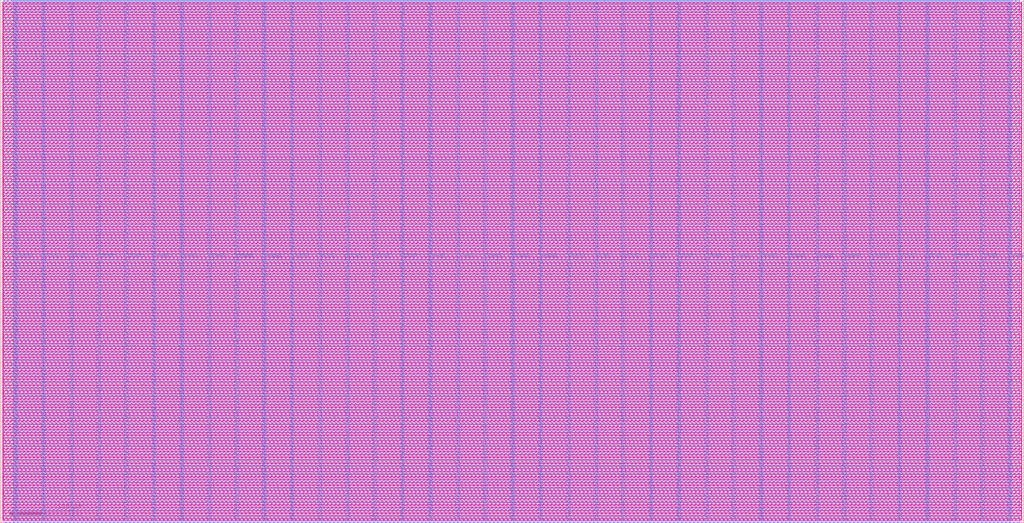
<source format=lef>
VERSION 5.7 ;
  NOWIREEXTENSIONATPIN ON ;
  DIVIDERCHAR "/" ;
  BUSBITCHARS "[]" ;
MACRO tt_um_kianV_rv32ima_uLinux_SoC
  CLASS BLOCK ;
  FOREIGN tt_um_kianV_rv32ima_uLinux_SoC ;
  ORIGIN 0.000 0.000 ;
  SIZE 1440.320 BY 736.960 ;
  PIN VGND
    DIRECTION INOUT ;
    USE GROUND ;
    PORT
      LAYER Metal4 ;
        RECT 22.180 3.620 23.780 733.340 ;
    END
    PORT
      LAYER Metal4 ;
        RECT 61.050 3.620 62.650 733.340 ;
    END
    PORT
      LAYER Metal4 ;
        RECT 99.920 3.620 101.520 733.340 ;
    END
    PORT
      LAYER Metal4 ;
        RECT 138.790 3.620 140.390 733.340 ;
    END
    PORT
      LAYER Metal4 ;
        RECT 177.660 3.620 179.260 733.340 ;
    END
    PORT
      LAYER Metal4 ;
        RECT 216.530 3.620 218.130 733.340 ;
    END
    PORT
      LAYER Metal4 ;
        RECT 255.400 3.620 257.000 733.340 ;
    END
    PORT
      LAYER Metal4 ;
        RECT 294.270 3.620 295.870 733.340 ;
    END
    PORT
      LAYER Metal4 ;
        RECT 333.140 3.620 334.740 733.340 ;
    END
    PORT
      LAYER Metal4 ;
        RECT 372.010 3.620 373.610 733.340 ;
    END
    PORT
      LAYER Metal4 ;
        RECT 410.880 3.620 412.480 733.340 ;
    END
    PORT
      LAYER Metal4 ;
        RECT 449.750 3.620 451.350 733.340 ;
    END
    PORT
      LAYER Metal4 ;
        RECT 488.620 3.620 490.220 733.340 ;
    END
    PORT
      LAYER Metal4 ;
        RECT 527.490 3.620 529.090 733.340 ;
    END
    PORT
      LAYER Metal4 ;
        RECT 566.360 3.620 567.960 733.340 ;
    END
    PORT
      LAYER Metal4 ;
        RECT 605.230 3.620 606.830 733.340 ;
    END
    PORT
      LAYER Metal4 ;
        RECT 644.100 3.620 645.700 733.340 ;
    END
    PORT
      LAYER Metal4 ;
        RECT 682.970 3.620 684.570 733.340 ;
    END
    PORT
      LAYER Metal4 ;
        RECT 721.840 3.620 723.440 733.340 ;
    END
    PORT
      LAYER Metal4 ;
        RECT 760.710 3.620 762.310 733.340 ;
    END
    PORT
      LAYER Metal4 ;
        RECT 799.580 3.620 801.180 733.340 ;
    END
    PORT
      LAYER Metal4 ;
        RECT 838.450 3.620 840.050 733.340 ;
    END
    PORT
      LAYER Metal4 ;
        RECT 877.320 3.620 878.920 733.340 ;
    END
    PORT
      LAYER Metal4 ;
        RECT 916.190 3.620 917.790 733.340 ;
    END
    PORT
      LAYER Metal4 ;
        RECT 955.060 3.620 956.660 733.340 ;
    END
    PORT
      LAYER Metal4 ;
        RECT 993.930 3.620 995.530 733.340 ;
    END
    PORT
      LAYER Metal4 ;
        RECT 1032.800 3.620 1034.400 733.340 ;
    END
    PORT
      LAYER Metal4 ;
        RECT 1071.670 3.620 1073.270 733.340 ;
    END
    PORT
      LAYER Metal4 ;
        RECT 1110.540 3.620 1112.140 733.340 ;
    END
    PORT
      LAYER Metal4 ;
        RECT 1149.410 3.620 1151.010 733.340 ;
    END
    PORT
      LAYER Metal4 ;
        RECT 1188.280 3.620 1189.880 733.340 ;
    END
    PORT
      LAYER Metal4 ;
        RECT 1227.150 3.620 1228.750 733.340 ;
    END
    PORT
      LAYER Metal4 ;
        RECT 1266.020 3.620 1267.620 733.340 ;
    END
    PORT
      LAYER Metal4 ;
        RECT 1304.890 3.620 1306.490 733.340 ;
    END
    PORT
      LAYER Metal4 ;
        RECT 1343.760 3.620 1345.360 733.340 ;
    END
    PORT
      LAYER Metal4 ;
        RECT 1382.630 3.620 1384.230 733.340 ;
    END
    PORT
      LAYER Metal4 ;
        RECT 1421.500 3.620 1423.100 733.340 ;
    END
  END VGND
  PIN VPWR
    DIRECTION INOUT ;
    USE POWER ;
    PORT
      LAYER Metal4 ;
        RECT 18.880 3.620 20.480 733.340 ;
    END
    PORT
      LAYER Metal4 ;
        RECT 57.750 3.620 59.350 733.340 ;
    END
    PORT
      LAYER Metal4 ;
        RECT 96.620 3.620 98.220 733.340 ;
    END
    PORT
      LAYER Metal4 ;
        RECT 135.490 3.620 137.090 733.340 ;
    END
    PORT
      LAYER Metal4 ;
        RECT 174.360 3.620 175.960 733.340 ;
    END
    PORT
      LAYER Metal4 ;
        RECT 213.230 3.620 214.830 733.340 ;
    END
    PORT
      LAYER Metal4 ;
        RECT 252.100 3.620 253.700 733.340 ;
    END
    PORT
      LAYER Metal4 ;
        RECT 290.970 3.620 292.570 733.340 ;
    END
    PORT
      LAYER Metal4 ;
        RECT 329.840 3.620 331.440 733.340 ;
    END
    PORT
      LAYER Metal4 ;
        RECT 368.710 3.620 370.310 733.340 ;
    END
    PORT
      LAYER Metal4 ;
        RECT 407.580 3.620 409.180 733.340 ;
    END
    PORT
      LAYER Metal4 ;
        RECT 446.450 3.620 448.050 733.340 ;
    END
    PORT
      LAYER Metal4 ;
        RECT 485.320 3.620 486.920 733.340 ;
    END
    PORT
      LAYER Metal4 ;
        RECT 524.190 3.620 525.790 733.340 ;
    END
    PORT
      LAYER Metal4 ;
        RECT 563.060 3.620 564.660 733.340 ;
    END
    PORT
      LAYER Metal4 ;
        RECT 601.930 3.620 603.530 733.340 ;
    END
    PORT
      LAYER Metal4 ;
        RECT 640.800 3.620 642.400 733.340 ;
    END
    PORT
      LAYER Metal4 ;
        RECT 679.670 3.620 681.270 733.340 ;
    END
    PORT
      LAYER Metal4 ;
        RECT 718.540 3.620 720.140 733.340 ;
    END
    PORT
      LAYER Metal4 ;
        RECT 757.410 3.620 759.010 733.340 ;
    END
    PORT
      LAYER Metal4 ;
        RECT 796.280 3.620 797.880 733.340 ;
    END
    PORT
      LAYER Metal4 ;
        RECT 835.150 3.620 836.750 733.340 ;
    END
    PORT
      LAYER Metal4 ;
        RECT 874.020 3.620 875.620 733.340 ;
    END
    PORT
      LAYER Metal4 ;
        RECT 912.890 3.620 914.490 733.340 ;
    END
    PORT
      LAYER Metal4 ;
        RECT 951.760 3.620 953.360 733.340 ;
    END
    PORT
      LAYER Metal4 ;
        RECT 990.630 3.620 992.230 733.340 ;
    END
    PORT
      LAYER Metal4 ;
        RECT 1029.500 3.620 1031.100 733.340 ;
    END
    PORT
      LAYER Metal4 ;
        RECT 1068.370 3.620 1069.970 733.340 ;
    END
    PORT
      LAYER Metal4 ;
        RECT 1107.240 3.620 1108.840 733.340 ;
    END
    PORT
      LAYER Metal4 ;
        RECT 1146.110 3.620 1147.710 733.340 ;
    END
    PORT
      LAYER Metal4 ;
        RECT 1184.980 3.620 1186.580 733.340 ;
    END
    PORT
      LAYER Metal4 ;
        RECT 1223.850 3.620 1225.450 733.340 ;
    END
    PORT
      LAYER Metal4 ;
        RECT 1262.720 3.620 1264.320 733.340 ;
    END
    PORT
      LAYER Metal4 ;
        RECT 1301.590 3.620 1303.190 733.340 ;
    END
    PORT
      LAYER Metal4 ;
        RECT 1340.460 3.620 1342.060 733.340 ;
    END
    PORT
      LAYER Metal4 ;
        RECT 1379.330 3.620 1380.930 733.340 ;
    END
    PORT
      LAYER Metal4 ;
        RECT 1418.200 3.620 1419.800 733.340 ;
    END
  END VPWR
  PIN clk
    DIRECTION INPUT ;
    USE SIGNAL ;
    ANTENNAGATEAREA 4.738000 ;
    PORT
      LAYER Metal4 ;
        RECT 331.090 735.960 331.390 736.960 ;
    END
  END clk
  PIN ena
    DIRECTION INPUT ;
    USE SIGNAL ;
    PORT
      LAYER Metal4 ;
        RECT 338.370 735.960 338.670 736.960 ;
    END
  END ena
  PIN rst_n
    DIRECTION INPUT ;
    USE SIGNAL ;
    ANTENNAGATEAREA 1.102000 ;
    PORT
      LAYER Metal4 ;
        RECT 323.810 735.960 324.110 736.960 ;
    END
  END rst_n
  PIN ui_in[0]
    DIRECTION INPUT ;
    USE SIGNAL ;
    ANTENNAGATEAREA 1.102000 ;
    PORT
      LAYER Metal4 ;
        RECT 316.530 735.960 316.830 736.960 ;
    END
  END ui_in[0]
  PIN ui_in[1]
    DIRECTION INPUT ;
    USE SIGNAL ;
    ANTENNAGATEAREA 1.102000 ;
    PORT
      LAYER Metal4 ;
        RECT 309.250 735.960 309.550 736.960 ;
    END
  END ui_in[1]
  PIN ui_in[2]
    DIRECTION INPUT ;
    USE SIGNAL ;
    ANTENNAGATEAREA 1.102000 ;
    PORT
      LAYER Metal4 ;
        RECT 301.970 735.960 302.270 736.960 ;
    END
  END ui_in[2]
  PIN ui_in[3]
    DIRECTION INPUT ;
    USE SIGNAL ;
    ANTENNAGATEAREA 2.204000 ;
    PORT
      LAYER Metal4 ;
        RECT 294.690 735.960 294.990 736.960 ;
    END
  END ui_in[3]
  PIN ui_in[4]
    DIRECTION INPUT ;
    USE SIGNAL ;
    ANTENNAGATEAREA 1.102000 ;
    PORT
      LAYER Metal4 ;
        RECT 287.410 735.960 287.710 736.960 ;
    END
  END ui_in[4]
  PIN ui_in[5]
    DIRECTION INPUT ;
    USE SIGNAL ;
    ANTENNAGATEAREA 1.102000 ;
    PORT
      LAYER Metal4 ;
        RECT 280.130 735.960 280.430 736.960 ;
    END
  END ui_in[5]
  PIN ui_in[6]
    DIRECTION INPUT ;
    USE SIGNAL ;
    ANTENNAGATEAREA 1.102000 ;
    PORT
      LAYER Metal4 ;
        RECT 272.850 735.960 273.150 736.960 ;
    END
  END ui_in[6]
  PIN ui_in[7]
    DIRECTION INPUT ;
    USE SIGNAL ;
    ANTENNAGATEAREA 1.102000 ;
    PORT
      LAYER Metal4 ;
        RECT 265.570 735.960 265.870 736.960 ;
    END
  END ui_in[7]
  PIN uio_in[0]
    DIRECTION INPUT ;
    USE SIGNAL ;
    PORT
      LAYER Metal4 ;
        RECT 258.290 735.960 258.590 736.960 ;
    END
  END uio_in[0]
  PIN uio_in[1]
    DIRECTION INPUT ;
    USE SIGNAL ;
    ANTENNAGATEAREA 1.102000 ;
    PORT
      LAYER Metal4 ;
        RECT 251.010 735.960 251.310 736.960 ;
    END
  END uio_in[1]
  PIN uio_in[2]
    DIRECTION INPUT ;
    USE SIGNAL ;
    ANTENNAGATEAREA 1.102000 ;
    PORT
      LAYER Metal4 ;
        RECT 243.730 735.960 244.030 736.960 ;
    END
  END uio_in[2]
  PIN uio_in[3]
    DIRECTION INPUT ;
    USE SIGNAL ;
    PORT
      LAYER Metal4 ;
        RECT 236.450 735.960 236.750 736.960 ;
    END
  END uio_in[3]
  PIN uio_in[4]
    DIRECTION INPUT ;
    USE SIGNAL ;
    ANTENNAGATEAREA 1.102000 ;
    PORT
      LAYER Metal4 ;
        RECT 229.170 735.960 229.470 736.960 ;
    END
  END uio_in[4]
  PIN uio_in[5]
    DIRECTION INPUT ;
    USE SIGNAL ;
    ANTENNAGATEAREA 1.102000 ;
    PORT
      LAYER Metal4 ;
        RECT 221.890 735.960 222.190 736.960 ;
    END
  END uio_in[5]
  PIN uio_in[6]
    DIRECTION INPUT ;
    USE SIGNAL ;
    PORT
      LAYER Metal4 ;
        RECT 214.610 735.960 214.910 736.960 ;
    END
  END uio_in[6]
  PIN uio_in[7]
    DIRECTION INPUT ;
    USE SIGNAL ;
    PORT
      LAYER Metal4 ;
        RECT 207.330 735.960 207.630 736.960 ;
    END
  END uio_in[7]
  PIN uio_oe[0]
    DIRECTION OUTPUT ;
    USE SIGNAL ;
    ANTENNADIFFAREA 0.536800 ;
    PORT
      LAYER Metal4 ;
        RECT 83.570 735.960 83.870 736.960 ;
    END
  END uio_oe[0]
  PIN uio_oe[1]
    DIRECTION OUTPUT ;
    USE SIGNAL ;
    ANTENNAGATEAREA 1.102000 ;
    ANTENNADIFFAREA 2.604400 ;
    PORT
      LAYER Metal4 ;
        RECT 76.290 735.960 76.590 736.960 ;
    END
  END uio_oe[1]
  PIN uio_oe[2]
    DIRECTION OUTPUT ;
    USE SIGNAL ;
    ANTENNADIFFAREA 4.731200 ;
    PORT
      LAYER Metal4 ;
        RECT 69.010 735.960 69.310 736.960 ;
    END
  END uio_oe[2]
  PIN uio_oe[3]
    DIRECTION OUTPUT ;
    USE SIGNAL ;
    ANTENNADIFFAREA 0.536800 ;
    PORT
      LAYER Metal4 ;
        RECT 61.730 735.960 62.030 736.960 ;
    END
  END uio_oe[3]
  PIN uio_oe[4]
    DIRECTION OUTPUT ;
    USE SIGNAL ;
    ANTENNADIFFAREA 4.731200 ;
    PORT
      LAYER Metal4 ;
        RECT 54.450 735.960 54.750 736.960 ;
    END
  END uio_oe[4]
  PIN uio_oe[5]
    DIRECTION OUTPUT ;
    USE SIGNAL ;
    ANTENNAGATEAREA 9.800500 ;
    ANTENNADIFFAREA 2.604400 ;
    PORT
      LAYER Metal4 ;
        RECT 47.170 735.960 47.470 736.960 ;
    END
  END uio_oe[5]
  PIN uio_oe[6]
    DIRECTION OUTPUT ;
    USE SIGNAL ;
    ANTENNADIFFAREA 0.536800 ;
    PORT
      LAYER Metal4 ;
        RECT 39.890 735.960 40.190 736.960 ;
    END
  END uio_oe[6]
  PIN uio_oe[7]
    DIRECTION OUTPUT ;
    USE SIGNAL ;
    ANTENNADIFFAREA 0.536800 ;
    PORT
      LAYER Metal4 ;
        RECT 32.610 735.960 32.910 736.960 ;
    END
  END uio_oe[7]
  PIN uio_out[0]
    DIRECTION OUTPUT ;
    USE SIGNAL ;
    ANTENNAGATEAREA 1.099500 ;
    ANTENNADIFFAREA 2.604400 ;
    PORT
      LAYER Metal4 ;
        RECT 141.810 735.960 142.110 736.960 ;
    END
  END uio_out[0]
  PIN uio_out[1]
    DIRECTION OUTPUT ;
    USE SIGNAL ;
    ANTENNADIFFAREA 4.731200 ;
    PORT
      LAYER Metal4 ;
        RECT 134.530 735.960 134.830 736.960 ;
    END
  END uio_out[1]
  PIN uio_out[2]
    DIRECTION OUTPUT ;
    USE SIGNAL ;
    ANTENNADIFFAREA 4.731200 ;
    PORT
      LAYER Metal4 ;
        RECT 127.250 735.960 127.550 736.960 ;
    END
  END uio_out[2]
  PIN uio_out[3]
    DIRECTION OUTPUT ;
    USE SIGNAL ;
    ANTENNADIFFAREA 4.731200 ;
    PORT
      LAYER Metal4 ;
        RECT 119.970 735.960 120.270 736.960 ;
    END
  END uio_out[3]
  PIN uio_out[4]
    DIRECTION OUTPUT ;
    USE SIGNAL ;
    ANTENNADIFFAREA 4.731200 ;
    PORT
      LAYER Metal4 ;
        RECT 112.690 735.960 112.990 736.960 ;
    END
  END uio_out[4]
  PIN uio_out[5]
    DIRECTION OUTPUT ;
    USE SIGNAL ;
    ANTENNADIFFAREA 4.731200 ;
    PORT
      LAYER Metal4 ;
        RECT 105.410 735.960 105.710 736.960 ;
    END
  END uio_out[5]
  PIN uio_out[6]
    DIRECTION OUTPUT ;
    USE SIGNAL ;
    ANTENNAGATEAREA 1.057000 ;
    ANTENNADIFFAREA 2.604400 ;
    PORT
      LAYER Metal4 ;
        RECT 98.130 735.960 98.430 736.960 ;
    END
  END uio_out[6]
  PIN uio_out[7]
    DIRECTION OUTPUT ;
    USE SIGNAL ;
    ANTENNAGATEAREA 1.057000 ;
    ANTENNADIFFAREA 2.604400 ;
    PORT
      LAYER Metal4 ;
        RECT 90.850 735.960 91.150 736.960 ;
    END
  END uio_out[7]
  PIN uo_out[0]
    DIRECTION OUTPUT ;
    USE SIGNAL ;
    ANTENNADIFFAREA 1.121800 ;
    PORT
      LAYER Metal4 ;
        RECT 200.050 735.960 200.350 736.960 ;
    END
  END uo_out[0]
  PIN uo_out[1]
    DIRECTION OUTPUT ;
    USE SIGNAL ;
    ANTENNADIFFAREA 1.121800 ;
    PORT
      LAYER Metal4 ;
        RECT 192.770 735.960 193.070 736.960 ;
    END
  END uo_out[1]
  PIN uo_out[2]
    DIRECTION OUTPUT ;
    USE SIGNAL ;
    ANTENNADIFFAREA 1.121800 ;
    PORT
      LAYER Metal4 ;
        RECT 185.490 735.960 185.790 736.960 ;
    END
  END uo_out[2]
  PIN uo_out[3]
    DIRECTION OUTPUT ;
    USE SIGNAL ;
    ANTENNADIFFAREA 1.121800 ;
    PORT
      LAYER Metal4 ;
        RECT 178.210 735.960 178.510 736.960 ;
    END
  END uo_out[3]
  PIN uo_out[4]
    DIRECTION OUTPUT ;
    USE SIGNAL ;
    ANTENNADIFFAREA 1.121800 ;
    PORT
      LAYER Metal4 ;
        RECT 170.930 735.960 171.230 736.960 ;
    END
  END uo_out[4]
  PIN uo_out[5]
    DIRECTION OUTPUT ;
    USE SIGNAL ;
    ANTENNADIFFAREA 1.121800 ;
    PORT
      LAYER Metal4 ;
        RECT 163.650 735.960 163.950 736.960 ;
    END
  END uo_out[5]
  PIN uo_out[6]
    DIRECTION OUTPUT ;
    USE SIGNAL ;
    ANTENNADIFFAREA 1.121800 ;
    PORT
      LAYER Metal4 ;
        RECT 156.370 735.960 156.670 736.960 ;
    END
  END uo_out[6]
  PIN uo_out[7]
    DIRECTION OUTPUT ;
    USE SIGNAL ;
    ANTENNADIFFAREA 1.121800 ;
    PORT
      LAYER Metal4 ;
        RECT 149.090 735.960 149.390 736.960 ;
    END
  END uo_out[7]
  OBS
      LAYER Pwell ;
        RECT 2.930 731.280 1437.390 733.470 ;
      LAYER Nwell ;
        RECT 2.930 726.960 1437.390 731.280 ;
      LAYER Pwell ;
        RECT 2.930 723.440 1437.390 726.960 ;
      LAYER Nwell ;
        RECT 2.930 719.120 1437.390 723.440 ;
      LAYER Pwell ;
        RECT 2.930 715.600 1437.390 719.120 ;
      LAYER Nwell ;
        RECT 2.930 711.280 1437.390 715.600 ;
      LAYER Pwell ;
        RECT 2.930 707.760 1437.390 711.280 ;
      LAYER Nwell ;
        RECT 2.930 703.440 1437.390 707.760 ;
      LAYER Pwell ;
        RECT 2.930 699.920 1437.390 703.440 ;
      LAYER Nwell ;
        RECT 2.930 695.600 1437.390 699.920 ;
      LAYER Pwell ;
        RECT 2.930 692.080 1437.390 695.600 ;
      LAYER Nwell ;
        RECT 2.930 687.760 1437.390 692.080 ;
      LAYER Pwell ;
        RECT 2.930 684.240 1437.390 687.760 ;
      LAYER Nwell ;
        RECT 2.930 679.920 1437.390 684.240 ;
      LAYER Pwell ;
        RECT 2.930 676.400 1437.390 679.920 ;
      LAYER Nwell ;
        RECT 2.930 672.080 1437.390 676.400 ;
      LAYER Pwell ;
        RECT 2.930 668.560 1437.390 672.080 ;
      LAYER Nwell ;
        RECT 2.930 664.240 1437.390 668.560 ;
      LAYER Pwell ;
        RECT 2.930 660.720 1437.390 664.240 ;
      LAYER Nwell ;
        RECT 2.930 656.400 1437.390 660.720 ;
      LAYER Pwell ;
        RECT 2.930 652.880 1437.390 656.400 ;
      LAYER Nwell ;
        RECT 2.930 648.560 1437.390 652.880 ;
      LAYER Pwell ;
        RECT 2.930 645.040 1437.390 648.560 ;
      LAYER Nwell ;
        RECT 2.930 640.720 1437.390 645.040 ;
      LAYER Pwell ;
        RECT 2.930 637.200 1437.390 640.720 ;
      LAYER Nwell ;
        RECT 2.930 632.880 1437.390 637.200 ;
      LAYER Pwell ;
        RECT 2.930 629.360 1437.390 632.880 ;
      LAYER Nwell ;
        RECT 2.930 625.040 1437.390 629.360 ;
      LAYER Pwell ;
        RECT 2.930 621.520 1437.390 625.040 ;
      LAYER Nwell ;
        RECT 2.930 617.200 1437.390 621.520 ;
      LAYER Pwell ;
        RECT 2.930 613.680 1437.390 617.200 ;
      LAYER Nwell ;
        RECT 2.930 609.360 1437.390 613.680 ;
      LAYER Pwell ;
        RECT 2.930 605.840 1437.390 609.360 ;
      LAYER Nwell ;
        RECT 2.930 601.520 1437.390 605.840 ;
      LAYER Pwell ;
        RECT 2.930 598.000 1437.390 601.520 ;
      LAYER Nwell ;
        RECT 2.930 593.680 1437.390 598.000 ;
      LAYER Pwell ;
        RECT 2.930 590.160 1437.390 593.680 ;
      LAYER Nwell ;
        RECT 2.930 585.840 1437.390 590.160 ;
      LAYER Pwell ;
        RECT 2.930 582.320 1437.390 585.840 ;
      LAYER Nwell ;
        RECT 2.930 578.000 1437.390 582.320 ;
      LAYER Pwell ;
        RECT 2.930 574.480 1437.390 578.000 ;
      LAYER Nwell ;
        RECT 2.930 570.160 1437.390 574.480 ;
      LAYER Pwell ;
        RECT 2.930 566.640 1437.390 570.160 ;
      LAYER Nwell ;
        RECT 2.930 562.320 1437.390 566.640 ;
      LAYER Pwell ;
        RECT 2.930 558.800 1437.390 562.320 ;
      LAYER Nwell ;
        RECT 2.930 554.480 1437.390 558.800 ;
      LAYER Pwell ;
        RECT 2.930 550.960 1437.390 554.480 ;
      LAYER Nwell ;
        RECT 2.930 546.640 1437.390 550.960 ;
      LAYER Pwell ;
        RECT 2.930 543.120 1437.390 546.640 ;
      LAYER Nwell ;
        RECT 2.930 538.800 1437.390 543.120 ;
      LAYER Pwell ;
        RECT 2.930 535.280 1437.390 538.800 ;
      LAYER Nwell ;
        RECT 2.930 530.960 1437.390 535.280 ;
      LAYER Pwell ;
        RECT 2.930 527.440 1437.390 530.960 ;
      LAYER Nwell ;
        RECT 2.930 523.120 1437.390 527.440 ;
      LAYER Pwell ;
        RECT 2.930 519.600 1437.390 523.120 ;
      LAYER Nwell ;
        RECT 2.930 515.280 1437.390 519.600 ;
      LAYER Pwell ;
        RECT 2.930 511.760 1437.390 515.280 ;
      LAYER Nwell ;
        RECT 2.930 507.440 1437.390 511.760 ;
      LAYER Pwell ;
        RECT 2.930 503.920 1437.390 507.440 ;
      LAYER Nwell ;
        RECT 2.930 499.600 1437.390 503.920 ;
      LAYER Pwell ;
        RECT 2.930 496.080 1437.390 499.600 ;
      LAYER Nwell ;
        RECT 2.930 491.760 1437.390 496.080 ;
      LAYER Pwell ;
        RECT 2.930 488.240 1437.390 491.760 ;
      LAYER Nwell ;
        RECT 2.930 483.920 1437.390 488.240 ;
      LAYER Pwell ;
        RECT 2.930 480.400 1437.390 483.920 ;
      LAYER Nwell ;
        RECT 2.930 476.080 1437.390 480.400 ;
      LAYER Pwell ;
        RECT 2.930 472.560 1437.390 476.080 ;
      LAYER Nwell ;
        RECT 2.930 468.240 1437.390 472.560 ;
      LAYER Pwell ;
        RECT 2.930 464.720 1437.390 468.240 ;
      LAYER Nwell ;
        RECT 2.930 460.400 1437.390 464.720 ;
      LAYER Pwell ;
        RECT 2.930 456.880 1437.390 460.400 ;
      LAYER Nwell ;
        RECT 2.930 452.560 1437.390 456.880 ;
      LAYER Pwell ;
        RECT 2.930 449.040 1437.390 452.560 ;
      LAYER Nwell ;
        RECT 2.930 444.720 1437.390 449.040 ;
      LAYER Pwell ;
        RECT 2.930 441.200 1437.390 444.720 ;
      LAYER Nwell ;
        RECT 2.930 436.880 1437.390 441.200 ;
      LAYER Pwell ;
        RECT 2.930 433.360 1437.390 436.880 ;
      LAYER Nwell ;
        RECT 2.930 429.040 1437.390 433.360 ;
      LAYER Pwell ;
        RECT 2.930 425.520 1437.390 429.040 ;
      LAYER Nwell ;
        RECT 2.930 421.200 1437.390 425.520 ;
      LAYER Pwell ;
        RECT 2.930 417.680 1437.390 421.200 ;
      LAYER Nwell ;
        RECT 2.930 413.360 1437.390 417.680 ;
      LAYER Pwell ;
        RECT 2.930 409.840 1437.390 413.360 ;
      LAYER Nwell ;
        RECT 2.930 405.520 1437.390 409.840 ;
      LAYER Pwell ;
        RECT 2.930 402.000 1437.390 405.520 ;
      LAYER Nwell ;
        RECT 2.930 397.680 1437.390 402.000 ;
      LAYER Pwell ;
        RECT 2.930 394.160 1437.390 397.680 ;
      LAYER Nwell ;
        RECT 2.930 389.840 1437.390 394.160 ;
      LAYER Pwell ;
        RECT 2.930 386.320 1437.390 389.840 ;
      LAYER Nwell ;
        RECT 2.930 382.000 1437.390 386.320 ;
      LAYER Pwell ;
        RECT 2.930 378.480 1437.390 382.000 ;
      LAYER Nwell ;
        RECT 2.930 374.160 1437.390 378.480 ;
      LAYER Pwell ;
        RECT 2.930 370.640 1437.390 374.160 ;
      LAYER Nwell ;
        RECT 2.930 366.320 1437.390 370.640 ;
      LAYER Pwell ;
        RECT 2.930 362.800 1437.390 366.320 ;
      LAYER Nwell ;
        RECT 2.930 358.480 1437.390 362.800 ;
      LAYER Pwell ;
        RECT 2.930 354.960 1437.390 358.480 ;
      LAYER Nwell ;
        RECT 2.930 350.640 1437.390 354.960 ;
      LAYER Pwell ;
        RECT 2.930 347.120 1437.390 350.640 ;
      LAYER Nwell ;
        RECT 2.930 342.800 1437.390 347.120 ;
      LAYER Pwell ;
        RECT 2.930 339.280 1437.390 342.800 ;
      LAYER Nwell ;
        RECT 2.930 334.960 1437.390 339.280 ;
      LAYER Pwell ;
        RECT 2.930 331.440 1437.390 334.960 ;
      LAYER Nwell ;
        RECT 2.930 327.120 1437.390 331.440 ;
      LAYER Pwell ;
        RECT 2.930 323.600 1437.390 327.120 ;
      LAYER Nwell ;
        RECT 2.930 319.280 1437.390 323.600 ;
      LAYER Pwell ;
        RECT 2.930 315.760 1437.390 319.280 ;
      LAYER Nwell ;
        RECT 2.930 311.440 1437.390 315.760 ;
      LAYER Pwell ;
        RECT 2.930 307.920 1437.390 311.440 ;
      LAYER Nwell ;
        RECT 2.930 303.600 1437.390 307.920 ;
      LAYER Pwell ;
        RECT 2.930 300.080 1437.390 303.600 ;
      LAYER Nwell ;
        RECT 2.930 295.760 1437.390 300.080 ;
      LAYER Pwell ;
        RECT 2.930 292.240 1437.390 295.760 ;
      LAYER Nwell ;
        RECT 2.930 287.920 1437.390 292.240 ;
      LAYER Pwell ;
        RECT 2.930 284.400 1437.390 287.920 ;
      LAYER Nwell ;
        RECT 2.930 280.080 1437.390 284.400 ;
      LAYER Pwell ;
        RECT 2.930 276.560 1437.390 280.080 ;
      LAYER Nwell ;
        RECT 2.930 272.240 1437.390 276.560 ;
      LAYER Pwell ;
        RECT 2.930 268.720 1437.390 272.240 ;
      LAYER Nwell ;
        RECT 2.930 264.400 1437.390 268.720 ;
      LAYER Pwell ;
        RECT 2.930 260.880 1437.390 264.400 ;
      LAYER Nwell ;
        RECT 2.930 256.560 1437.390 260.880 ;
      LAYER Pwell ;
        RECT 2.930 253.040 1437.390 256.560 ;
      LAYER Nwell ;
        RECT 2.930 248.720 1437.390 253.040 ;
      LAYER Pwell ;
        RECT 2.930 245.200 1437.390 248.720 ;
      LAYER Nwell ;
        RECT 2.930 240.880 1437.390 245.200 ;
      LAYER Pwell ;
        RECT 2.930 237.360 1437.390 240.880 ;
      LAYER Nwell ;
        RECT 2.930 233.040 1437.390 237.360 ;
      LAYER Pwell ;
        RECT 2.930 229.520 1437.390 233.040 ;
      LAYER Nwell ;
        RECT 2.930 225.200 1437.390 229.520 ;
      LAYER Pwell ;
        RECT 2.930 221.680 1437.390 225.200 ;
      LAYER Nwell ;
        RECT 2.930 217.360 1437.390 221.680 ;
      LAYER Pwell ;
        RECT 2.930 213.840 1437.390 217.360 ;
      LAYER Nwell ;
        RECT 2.930 209.520 1437.390 213.840 ;
      LAYER Pwell ;
        RECT 2.930 206.000 1437.390 209.520 ;
      LAYER Nwell ;
        RECT 2.930 201.680 1437.390 206.000 ;
      LAYER Pwell ;
        RECT 2.930 198.160 1437.390 201.680 ;
      LAYER Nwell ;
        RECT 2.930 193.840 1437.390 198.160 ;
      LAYER Pwell ;
        RECT 2.930 190.320 1437.390 193.840 ;
      LAYER Nwell ;
        RECT 2.930 186.000 1437.390 190.320 ;
      LAYER Pwell ;
        RECT 2.930 182.480 1437.390 186.000 ;
      LAYER Nwell ;
        RECT 2.930 178.160 1437.390 182.480 ;
      LAYER Pwell ;
        RECT 2.930 174.640 1437.390 178.160 ;
      LAYER Nwell ;
        RECT 2.930 170.320 1437.390 174.640 ;
      LAYER Pwell ;
        RECT 2.930 166.800 1437.390 170.320 ;
      LAYER Nwell ;
        RECT 2.930 162.480 1437.390 166.800 ;
      LAYER Pwell ;
        RECT 2.930 158.960 1437.390 162.480 ;
      LAYER Nwell ;
        RECT 2.930 154.640 1437.390 158.960 ;
      LAYER Pwell ;
        RECT 2.930 151.120 1437.390 154.640 ;
      LAYER Nwell ;
        RECT 2.930 146.800 1437.390 151.120 ;
      LAYER Pwell ;
        RECT 2.930 143.280 1437.390 146.800 ;
      LAYER Nwell ;
        RECT 2.930 138.960 1437.390 143.280 ;
      LAYER Pwell ;
        RECT 2.930 135.440 1437.390 138.960 ;
      LAYER Nwell ;
        RECT 2.930 131.120 1437.390 135.440 ;
      LAYER Pwell ;
        RECT 2.930 127.600 1437.390 131.120 ;
      LAYER Nwell ;
        RECT 2.930 123.280 1437.390 127.600 ;
      LAYER Pwell ;
        RECT 2.930 119.760 1437.390 123.280 ;
      LAYER Nwell ;
        RECT 2.930 115.440 1437.390 119.760 ;
      LAYER Pwell ;
        RECT 2.930 111.920 1437.390 115.440 ;
      LAYER Nwell ;
        RECT 2.930 107.600 1437.390 111.920 ;
      LAYER Pwell ;
        RECT 2.930 104.080 1437.390 107.600 ;
      LAYER Nwell ;
        RECT 2.930 99.760 1437.390 104.080 ;
      LAYER Pwell ;
        RECT 2.930 96.240 1437.390 99.760 ;
      LAYER Nwell ;
        RECT 2.930 91.920 1437.390 96.240 ;
      LAYER Pwell ;
        RECT 2.930 88.400 1437.390 91.920 ;
      LAYER Nwell ;
        RECT 2.930 84.080 1437.390 88.400 ;
      LAYER Pwell ;
        RECT 2.930 80.560 1437.390 84.080 ;
      LAYER Nwell ;
        RECT 2.930 76.240 1437.390 80.560 ;
      LAYER Pwell ;
        RECT 2.930 72.720 1437.390 76.240 ;
      LAYER Nwell ;
        RECT 2.930 68.400 1437.390 72.720 ;
      LAYER Pwell ;
        RECT 2.930 64.880 1437.390 68.400 ;
      LAYER Nwell ;
        RECT 2.930 60.560 1437.390 64.880 ;
      LAYER Pwell ;
        RECT 2.930 57.040 1437.390 60.560 ;
      LAYER Nwell ;
        RECT 2.930 52.720 1437.390 57.040 ;
      LAYER Pwell ;
        RECT 2.930 49.200 1437.390 52.720 ;
      LAYER Nwell ;
        RECT 2.930 44.880 1437.390 49.200 ;
      LAYER Pwell ;
        RECT 2.930 41.360 1437.390 44.880 ;
      LAYER Nwell ;
        RECT 2.930 37.040 1437.390 41.360 ;
      LAYER Pwell ;
        RECT 2.930 33.520 1437.390 37.040 ;
      LAYER Nwell ;
        RECT 2.930 29.200 1437.390 33.520 ;
      LAYER Pwell ;
        RECT 2.930 25.680 1437.390 29.200 ;
      LAYER Nwell ;
        RECT 2.930 21.360 1437.390 25.680 ;
      LAYER Pwell ;
        RECT 2.930 17.840 1437.390 21.360 ;
      LAYER Nwell ;
        RECT 2.930 13.520 1437.390 17.840 ;
      LAYER Pwell ;
        RECT 2.930 10.000 1437.390 13.520 ;
      LAYER Nwell ;
        RECT 2.930 5.680 1437.390 10.000 ;
      LAYER Pwell ;
        RECT 2.930 3.490 1437.390 5.680 ;
      LAYER Metal1 ;
        RECT 3.360 3.620 1436.960 733.340 ;
      LAYER Metal2 ;
        RECT 4.060 0.090 1434.580 736.310 ;
      LAYER Metal3 ;
        RECT 4.010 0.140 1434.630 736.260 ;
      LAYER Metal4 ;
        RECT 17.500 735.660 32.310 736.310 ;
        RECT 33.210 735.660 39.590 736.310 ;
        RECT 40.490 735.660 46.870 736.310 ;
        RECT 47.770 735.660 54.150 736.310 ;
        RECT 55.050 735.660 61.430 736.310 ;
        RECT 62.330 735.660 68.710 736.310 ;
        RECT 69.610 735.660 75.990 736.310 ;
        RECT 76.890 735.660 83.270 736.310 ;
        RECT 84.170 735.660 90.550 736.310 ;
        RECT 91.450 735.660 97.830 736.310 ;
        RECT 98.730 735.660 105.110 736.310 ;
        RECT 106.010 735.660 112.390 736.310 ;
        RECT 113.290 735.660 119.670 736.310 ;
        RECT 120.570 735.660 126.950 736.310 ;
        RECT 127.850 735.660 134.230 736.310 ;
        RECT 135.130 735.660 141.510 736.310 ;
        RECT 142.410 735.660 148.790 736.310 ;
        RECT 149.690 735.660 156.070 736.310 ;
        RECT 156.970 735.660 163.350 736.310 ;
        RECT 164.250 735.660 170.630 736.310 ;
        RECT 171.530 735.660 177.910 736.310 ;
        RECT 178.810 735.660 185.190 736.310 ;
        RECT 186.090 735.660 192.470 736.310 ;
        RECT 193.370 735.660 199.750 736.310 ;
        RECT 200.650 735.660 207.030 736.310 ;
        RECT 207.930 735.660 214.310 736.310 ;
        RECT 215.210 735.660 221.590 736.310 ;
        RECT 222.490 735.660 228.870 736.310 ;
        RECT 229.770 735.660 236.150 736.310 ;
        RECT 237.050 735.660 243.430 736.310 ;
        RECT 244.330 735.660 250.710 736.310 ;
        RECT 251.610 735.660 257.990 736.310 ;
        RECT 258.890 735.660 265.270 736.310 ;
        RECT 266.170 735.660 272.550 736.310 ;
        RECT 273.450 735.660 279.830 736.310 ;
        RECT 280.730 735.660 287.110 736.310 ;
        RECT 288.010 735.660 294.390 736.310 ;
        RECT 295.290 735.660 301.670 736.310 ;
        RECT 302.570 735.660 308.950 736.310 ;
        RECT 309.850 735.660 316.230 736.310 ;
        RECT 317.130 735.660 323.510 736.310 ;
        RECT 324.410 735.660 330.790 736.310 ;
        RECT 331.690 735.660 338.070 736.310 ;
        RECT 338.970 735.660 1421.140 736.310 ;
        RECT 17.500 733.640 1421.140 735.660 ;
        RECT 17.500 3.320 18.580 733.640 ;
        RECT 20.780 3.320 21.880 733.640 ;
        RECT 24.080 3.320 57.450 733.640 ;
        RECT 59.650 3.320 60.750 733.640 ;
        RECT 62.950 3.320 96.320 733.640 ;
        RECT 98.520 3.320 99.620 733.640 ;
        RECT 101.820 3.320 135.190 733.640 ;
        RECT 137.390 3.320 138.490 733.640 ;
        RECT 140.690 3.320 174.060 733.640 ;
        RECT 176.260 3.320 177.360 733.640 ;
        RECT 179.560 3.320 212.930 733.640 ;
        RECT 215.130 3.320 216.230 733.640 ;
        RECT 218.430 3.320 251.800 733.640 ;
        RECT 254.000 3.320 255.100 733.640 ;
        RECT 257.300 3.320 290.670 733.640 ;
        RECT 292.870 3.320 293.970 733.640 ;
        RECT 296.170 3.320 329.540 733.640 ;
        RECT 331.740 3.320 332.840 733.640 ;
        RECT 335.040 3.320 368.410 733.640 ;
        RECT 370.610 3.320 371.710 733.640 ;
        RECT 373.910 3.320 407.280 733.640 ;
        RECT 409.480 3.320 410.580 733.640 ;
        RECT 412.780 3.320 446.150 733.640 ;
        RECT 448.350 3.320 449.450 733.640 ;
        RECT 451.650 3.320 485.020 733.640 ;
        RECT 487.220 3.320 488.320 733.640 ;
        RECT 490.520 3.320 523.890 733.640 ;
        RECT 526.090 3.320 527.190 733.640 ;
        RECT 529.390 3.320 562.760 733.640 ;
        RECT 564.960 3.320 566.060 733.640 ;
        RECT 568.260 3.320 601.630 733.640 ;
        RECT 603.830 3.320 604.930 733.640 ;
        RECT 607.130 3.320 640.500 733.640 ;
        RECT 642.700 3.320 643.800 733.640 ;
        RECT 646.000 3.320 679.370 733.640 ;
        RECT 681.570 3.320 682.670 733.640 ;
        RECT 684.870 3.320 718.240 733.640 ;
        RECT 720.440 3.320 721.540 733.640 ;
        RECT 723.740 3.320 757.110 733.640 ;
        RECT 759.310 3.320 760.410 733.640 ;
        RECT 762.610 3.320 795.980 733.640 ;
        RECT 798.180 3.320 799.280 733.640 ;
        RECT 801.480 3.320 834.850 733.640 ;
        RECT 837.050 3.320 838.150 733.640 ;
        RECT 840.350 3.320 873.720 733.640 ;
        RECT 875.920 3.320 877.020 733.640 ;
        RECT 879.220 3.320 912.590 733.640 ;
        RECT 914.790 3.320 915.890 733.640 ;
        RECT 918.090 3.320 951.460 733.640 ;
        RECT 953.660 3.320 954.760 733.640 ;
        RECT 956.960 3.320 990.330 733.640 ;
        RECT 992.530 3.320 993.630 733.640 ;
        RECT 995.830 3.320 1029.200 733.640 ;
        RECT 1031.400 3.320 1032.500 733.640 ;
        RECT 1034.700 3.320 1068.070 733.640 ;
        RECT 1070.270 3.320 1071.370 733.640 ;
        RECT 1073.570 3.320 1106.940 733.640 ;
        RECT 1109.140 3.320 1110.240 733.640 ;
        RECT 1112.440 3.320 1145.810 733.640 ;
        RECT 1148.010 3.320 1149.110 733.640 ;
        RECT 1151.310 3.320 1184.680 733.640 ;
        RECT 1186.880 3.320 1187.980 733.640 ;
        RECT 1190.180 3.320 1223.550 733.640 ;
        RECT 1225.750 3.320 1226.850 733.640 ;
        RECT 1229.050 3.320 1262.420 733.640 ;
        RECT 1264.620 3.320 1265.720 733.640 ;
        RECT 1267.920 3.320 1301.290 733.640 ;
        RECT 1303.490 3.320 1304.590 733.640 ;
        RECT 1306.790 3.320 1340.160 733.640 ;
        RECT 1342.360 3.320 1343.460 733.640 ;
        RECT 1345.660 3.320 1379.030 733.640 ;
        RECT 1381.230 3.320 1382.330 733.640 ;
        RECT 1384.530 3.320 1417.900 733.640 ;
        RECT 1420.100 3.320 1421.140 733.640 ;
        RECT 17.500 1.770 1421.140 3.320 ;
  END
END tt_um_kianV_rv32ima_uLinux_SoC
END LIBRARY


</source>
